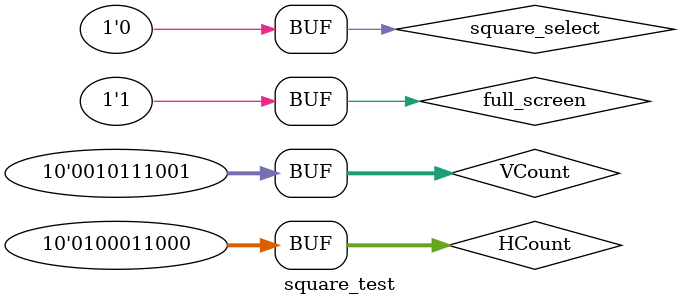
<source format=v>
`timescale 1ns / 1ps


module square_test;

	// Inputs
	reg [9:0] HCount;
	reg [9:0] VCount;
	reg square_select;
	reg full_screen;

	// Outputs
	wire square_on;

	// Instantiate the Unit Under Test (UUT)
	object_square uut (
		.HCount(HCount), 
		.VCount(VCount), 
		.square_select(square_select), 
		.full_screen(full_screen), 
		.square_on(square_on)
	);

	initial begin
		// Initialize Inputs
		HCount = 0;
		VCount = 0;
		square_select = 0;
		full_screen = 0;

		// Wait 100 ns for global reset to finish
		#100;
        
		// Add stimulus here
		#40; full_screen = 0; square_select = 1; HCount = 9'd280; VCount = 9'd60;
		#40; full_screen = 1; square_select = 1; HCount = 9'd280; VCount = 9'd185;
		#40; full_screen = 1; square_select = 0; HCount = 9'd280; VCount = 9'd185;
	end
      
endmodule


</source>
